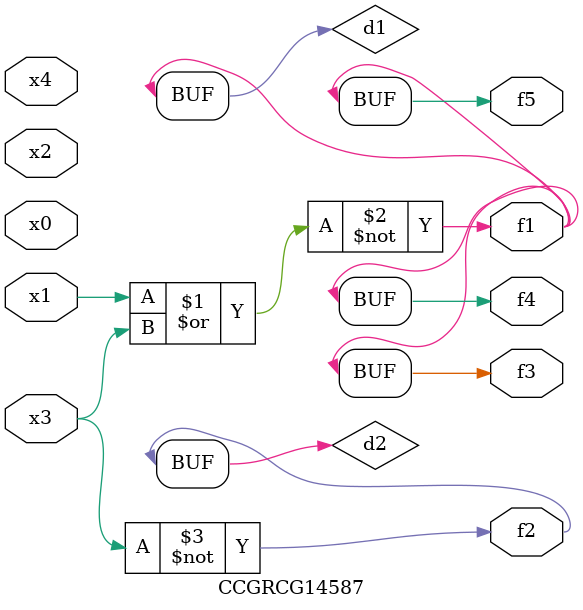
<source format=v>
module CCGRCG14587(
	input x0, x1, x2, x3, x4,
	output f1, f2, f3, f4, f5
);

	wire d1, d2;

	nor (d1, x1, x3);
	not (d2, x3);
	assign f1 = d1;
	assign f2 = d2;
	assign f3 = d1;
	assign f4 = d1;
	assign f5 = d1;
endmodule

</source>
